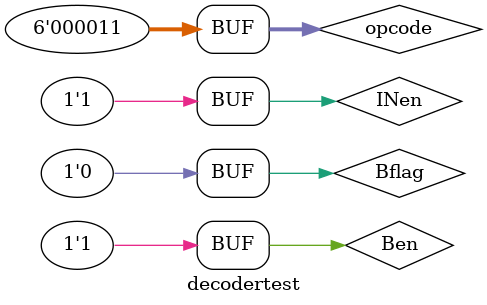
<source format=sv>
module decodertest ;
logic [5:0] opcode ;
logic Bflag, Ben, INen ;
logic PCincr, func, inp , imm, w ;
decoder D(.opcode(opcode),
			.Bflag(Bflag),
			.Ben(Ben),
			.INen(INen),
			.PCincr(PCincr),
			.inp(inp),
			.imm(imm),
			.w(w));
			
initial 
	begin 
		Bflag = '0; Ben = '0; INen = '0 ;
		#10 opcode = 6'b000000 ; //add
		#10 INen = '1 ; 
		#10 opcode = 6'b000001 ; //addi
		#10 opcode = 6'b000010 ; //muli
		#10 opcode = 6'b000011 ; //B 
		#5 Ben = '1 ; Bflag = '0 ;
		#5 Ben = '0 ; Bflag = '1 ;
		#5 Ben = '1 ; Bflag = '0 ;
	end 
endmodule 	
		
</source>
